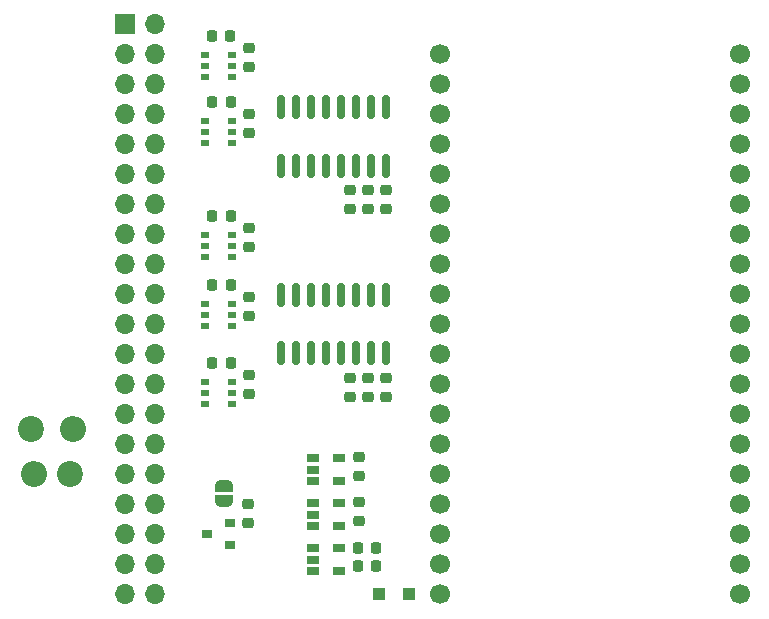
<source format=gbr>
%TF.GenerationSoftware,KiCad,Pcbnew,8.0.4*%
%TF.CreationDate,2024-09-22T15:27:09+02:00*%
%TF.ProjectId,blue_64,626c7565-5f36-4342-9e6b-696361645f70,0.3*%
%TF.SameCoordinates,PX38ecc10PY60e4b00*%
%TF.FileFunction,Soldermask,Bot*%
%TF.FilePolarity,Negative*%
%FSLAX46Y46*%
G04 Gerber Fmt 4.6, Leading zero omitted, Abs format (unit mm)*
G04 Created by KiCad (PCBNEW 8.0.4) date 2024-09-22 15:27:09*
%MOMM*%
%LPD*%
G01*
G04 APERTURE LIST*
G04 Aperture macros list*
%AMRoundRect*
0 Rectangle with rounded corners*
0 $1 Rounding radius*
0 $2 $3 $4 $5 $6 $7 $8 $9 X,Y pos of 4 corners*
0 Add a 4 corners polygon primitive as box body*
4,1,4,$2,$3,$4,$5,$6,$7,$8,$9,$2,$3,0*
0 Add four circle primitives for the rounded corners*
1,1,$1+$1,$2,$3*
1,1,$1+$1,$4,$5*
1,1,$1+$1,$6,$7*
1,1,$1+$1,$8,$9*
0 Add four rect primitives between the rounded corners*
20,1,$1+$1,$2,$3,$4,$5,0*
20,1,$1+$1,$4,$5,$6,$7,0*
20,1,$1+$1,$6,$7,$8,$9,0*
20,1,$1+$1,$8,$9,$2,$3,0*%
%AMFreePoly0*
4,1,19,0.500000,-0.750000,0.000000,-0.750000,0.000000,-0.744911,-0.071157,-0.744911,-0.207708,-0.704816,-0.327430,-0.627875,-0.420627,-0.520320,-0.479746,-0.390866,-0.500000,-0.250000,-0.500000,0.250000,-0.479746,0.390866,-0.420627,0.520320,-0.327430,0.627875,-0.207708,0.704816,-0.071157,0.744911,0.000000,0.744911,0.000000,0.750000,0.500000,0.750000,0.500000,-0.750000,0.500000,-0.750000,
$1*%
%AMFreePoly1*
4,1,19,0.000000,0.744911,0.071157,0.744911,0.207708,0.704816,0.327430,0.627875,0.420627,0.520320,0.479746,0.390866,0.500000,0.250000,0.500000,-0.250000,0.479746,-0.390866,0.420627,-0.520320,0.327430,-0.627875,0.207708,-0.704816,0.071157,-0.744911,0.000000,-0.744911,0.000000,-0.750000,-0.500000,-0.750000,-0.500000,0.750000,0.000000,0.750000,0.000000,0.744911,0.000000,0.744911,
$1*%
G04 Aperture macros list end*
%ADD10C,2.200000*%
%ADD11O,2.200000X2.200000*%
%ADD12R,1.700000X1.700000*%
%ADD13O,1.700000X1.700000*%
%ADD14C,1.700000*%
%ADD15RoundRect,0.218750X0.256250X-0.218750X0.256250X0.218750X-0.256250X0.218750X-0.256250X-0.218750X0*%
%ADD16RoundRect,0.218750X0.218750X0.256250X-0.218750X0.256250X-0.218750X-0.256250X0.218750X-0.256250X0*%
%ADD17R,0.700000X0.510000*%
%ADD18RoundRect,0.218750X-0.256250X0.218750X-0.256250X-0.218750X0.256250X-0.218750X0.256250X0.218750X0*%
%ADD19R,1.000000X1.000000*%
%ADD20R,1.060000X0.650000*%
%ADD21RoundRect,0.150000X-0.150000X0.825000X-0.150000X-0.825000X0.150000X-0.825000X0.150000X0.825000X0*%
%ADD22FreePoly0,270.000000*%
%ADD23FreePoly1,270.000000*%
%ADD24R,0.900000X0.800000*%
G04 APERTURE END LIST*
D10*
X5437000Y12700000D03*
D11*
X2437000Y12700000D03*
D12*
X10160000Y50800000D03*
D13*
X12700000Y50800000D03*
X10160000Y48260000D03*
X12700000Y48260000D03*
X10160000Y45720000D03*
X12700000Y45720000D03*
X10160000Y43180000D03*
X12700000Y43180000D03*
X10160000Y40640000D03*
X12700000Y40640000D03*
X10160000Y38100000D03*
X12700000Y38100000D03*
X10160000Y35560000D03*
X12700000Y35560000D03*
X10160000Y33020000D03*
X12700000Y33020000D03*
X10160000Y30480000D03*
X12700000Y30480000D03*
X10160000Y27940000D03*
X12700000Y27940000D03*
X10160000Y25400000D03*
X12700000Y25400000D03*
X10160000Y22860000D03*
X12700000Y22860000D03*
X10160000Y20320000D03*
X12700000Y20320000D03*
X10160000Y17780000D03*
X12700000Y17780000D03*
X10160000Y15240000D03*
X12700000Y15240000D03*
X10160000Y12700000D03*
X12700000Y12700000D03*
X10160000Y10160000D03*
X12700000Y10160000D03*
X10160000Y7620000D03*
X12700000Y7620000D03*
X10160000Y5080000D03*
X12700000Y5080000D03*
X10160000Y2540000D03*
X12700000Y2540000D03*
D11*
X5687000Y16510000D03*
D10*
X2187000Y16510000D03*
D14*
X62230000Y15240000D03*
X62230000Y12700000D03*
X36830000Y48260000D03*
X62230000Y17780000D03*
X62230000Y25400000D03*
X36830000Y2540000D03*
X36830000Y17780000D03*
X36830000Y12700000D03*
X36830000Y20320000D03*
X62230000Y10160000D03*
X62230000Y20320000D03*
X62230000Y22860000D03*
X62230000Y27940000D03*
X62230000Y30480000D03*
X62230000Y35560000D03*
X62230000Y43180000D03*
X62230000Y45720000D03*
X36830000Y27940000D03*
X36830000Y25400000D03*
X36830000Y22860000D03*
X36830000Y33020000D03*
X36830000Y30480000D03*
X36830000Y38100000D03*
X36830000Y35560000D03*
X62230000Y2540000D03*
X36830000Y5080000D03*
X62230000Y5080000D03*
X62230000Y7620000D03*
X36830000Y10160000D03*
X36830000Y7620000D03*
X36830000Y45720000D03*
X36830000Y15240000D03*
X62230000Y48260000D03*
X62230000Y33020000D03*
X62230000Y38100000D03*
X62230000Y40640000D03*
X36830000Y40640000D03*
X36830000Y43180000D03*
D15*
X30734000Y19278500D03*
X30734000Y20853500D03*
D16*
X19075500Y44196000D03*
X17500500Y44196000D03*
D15*
X32258000Y35153500D03*
X32258000Y36728500D03*
D17*
X19194000Y32954000D03*
X19194000Y32004000D03*
X19194000Y31054000D03*
X16874000Y31054000D03*
X16874000Y32004000D03*
X16874000Y32954000D03*
D15*
X29210000Y19278500D03*
X29210000Y20853500D03*
X30734000Y35153500D03*
X30734000Y36728500D03*
D18*
X20624800Y21107500D03*
X20624800Y19532500D03*
D17*
X19194000Y27112000D03*
X19194000Y26162000D03*
X19194000Y25212000D03*
X16874000Y25212000D03*
X16874000Y26162000D03*
X16874000Y27112000D03*
D19*
X34143000Y2540000D03*
X31643000Y2540000D03*
D18*
X20574000Y10134700D03*
X20574000Y8559700D03*
X20624800Y48793500D03*
X20624800Y47218500D03*
D16*
X19075500Y28702000D03*
X17500500Y28702000D03*
D15*
X32258000Y19278500D03*
X32258000Y20853500D03*
X29210000Y35153500D03*
X29210000Y36728500D03*
D20*
X26078000Y12131000D03*
X26078000Y13081000D03*
X26078000Y14031000D03*
X28278000Y14031000D03*
X28278000Y12131000D03*
D21*
X23368000Y27875000D03*
X24638000Y27875000D03*
X25908000Y27875000D03*
X27178000Y27875000D03*
X28448000Y27875000D03*
X29718000Y27875000D03*
X30988000Y27875000D03*
X32258000Y27875000D03*
X32258000Y22925000D03*
X30988000Y22925000D03*
X29718000Y22925000D03*
X28448000Y22925000D03*
X27178000Y22925000D03*
X25908000Y22925000D03*
X24638000Y22925000D03*
X23368000Y22925000D03*
D18*
X20624800Y27711500D03*
X20624800Y26136500D03*
X20624800Y33553500D03*
X20624800Y31978500D03*
D21*
X23368000Y43750000D03*
X24638000Y43750000D03*
X25908000Y43750000D03*
X27178000Y43750000D03*
X28448000Y43750000D03*
X29718000Y43750000D03*
X30988000Y43750000D03*
X32258000Y43750000D03*
X32258000Y38800000D03*
X30988000Y38800000D03*
X29718000Y38800000D03*
X28448000Y38800000D03*
X27178000Y38800000D03*
X25908000Y38800000D03*
X24638000Y38800000D03*
X23368000Y38800000D03*
D18*
X20624800Y43205500D03*
X20624800Y41630500D03*
D17*
X19194000Y42606000D03*
X19194000Y41656000D03*
X19194000Y40706000D03*
X16874000Y40706000D03*
X16874000Y41656000D03*
X16874000Y42606000D03*
D16*
X19075500Y22098000D03*
X17500500Y22098000D03*
D20*
X26078000Y8321000D03*
X26078000Y9271000D03*
X26078000Y10221000D03*
X28278000Y10221000D03*
X28278000Y8321000D03*
D16*
X31394500Y4953000D03*
X29819500Y4953000D03*
X19075500Y34544000D03*
X17500500Y34544000D03*
D22*
X18491200Y11724400D03*
D23*
X18491200Y10424400D03*
D16*
X31394500Y6477000D03*
X29819500Y6477000D03*
X19050000Y49784000D03*
X17475000Y49784000D03*
D15*
X29972000Y8737500D03*
X29972000Y10312500D03*
D17*
X19194000Y48194000D03*
X19194000Y47244000D03*
X19194000Y46294000D03*
X16874000Y46294000D03*
X16874000Y47244000D03*
X16874000Y48194000D03*
D24*
X19034000Y8570000D03*
X19034000Y6670000D03*
X17034000Y7620000D03*
D17*
X19194000Y20508000D03*
X19194000Y19558000D03*
X19194000Y18608000D03*
X16874000Y18608000D03*
X16874000Y19558000D03*
X16874000Y20508000D03*
D15*
X29972000Y12547500D03*
X29972000Y14122500D03*
D20*
X26078000Y4511000D03*
X26078000Y5461000D03*
X26078000Y6411000D03*
X28278000Y6411000D03*
X28278000Y4511000D03*
M02*

</source>
